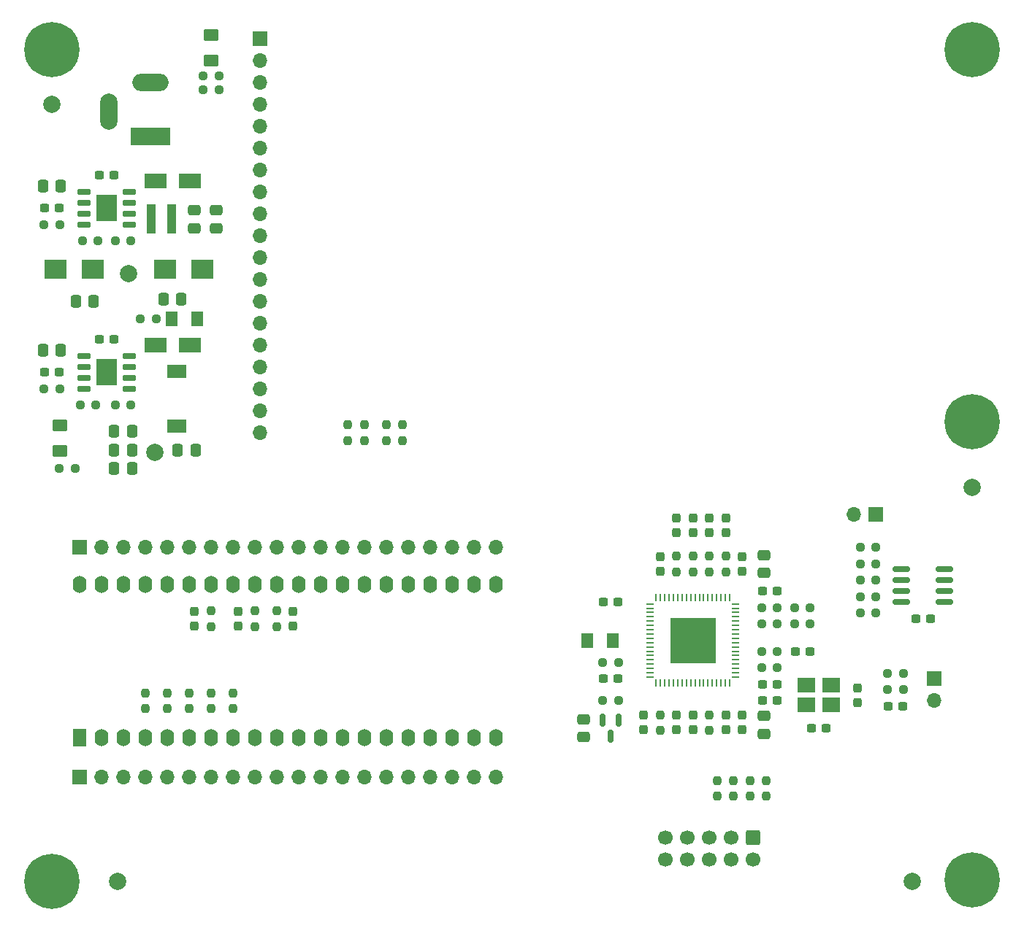
<source format=gbr>
%TF.GenerationSoftware,KiCad,Pcbnew,(6.0.6-0)*%
%TF.CreationDate,2024-02-14T10:46:04-05:00*%
%TF.ProjectId,DIYAH_Main_r0p0,44495941-485f-44d6-9169-6e5f72307030,rev?*%
%TF.SameCoordinates,Original*%
%TF.FileFunction,Soldermask,Top*%
%TF.FilePolarity,Negative*%
%FSLAX46Y46*%
G04 Gerber Fmt 4.6, Leading zero omitted, Abs format (unit mm)*
G04 Created by KiCad (PCBNEW (6.0.6-0)) date 2024-02-14 10:46:04*
%MOMM*%
%LPD*%
G01*
G04 APERTURE LIST*
G04 Aperture macros list*
%AMRoundRect*
0 Rectangle with rounded corners*
0 $1 Rounding radius*
0 $2 $3 $4 $5 $6 $7 $8 $9 X,Y pos of 4 corners*
0 Add a 4 corners polygon primitive as box body*
4,1,4,$2,$3,$4,$5,$6,$7,$8,$9,$2,$3,0*
0 Add four circle primitives for the rounded corners*
1,1,$1+$1,$2,$3*
1,1,$1+$1,$4,$5*
1,1,$1+$1,$6,$7*
1,1,$1+$1,$8,$9*
0 Add four rect primitives between the rounded corners*
20,1,$1+$1,$2,$3,$4,$5,0*
20,1,$1+$1,$4,$5,$6,$7,0*
20,1,$1+$1,$6,$7,$8,$9,0*
20,1,$1+$1,$8,$9,$2,$3,0*%
G04 Aperture macros list end*
%ADD10C,0.609600*%
%ADD11RoundRect,0.062500X0.062500X-0.375000X0.062500X0.375000X-0.062500X0.375000X-0.062500X-0.375000X0*%
%ADD12RoundRect,0.062500X0.375000X-0.062500X0.375000X0.062500X-0.375000X0.062500X-0.375000X-0.062500X0*%
%ADD13R,5.300000X5.300000*%
%ADD14RoundRect,0.150000X-0.650000X-0.150000X0.650000X-0.150000X0.650000X0.150000X-0.650000X0.150000X0*%
%ADD15R,2.410000X3.100000*%
%ADD16R,2.410000X3.099999*%
%ADD17R,1.600000X2.000000*%
%ADD18O,1.600000X2.000000*%
%ADD19RoundRect,0.237500X-0.300000X-0.237500X0.300000X-0.237500X0.300000X0.237500X-0.300000X0.237500X0*%
%ADD20R,2.200000X1.500000*%
%ADD21RoundRect,0.237500X0.250000X0.237500X-0.250000X0.237500X-0.250000X-0.237500X0.250000X-0.237500X0*%
%ADD22R,2.500000X2.300000*%
%ADD23RoundRect,0.237500X-0.237500X0.250000X-0.237500X-0.250000X0.237500X-0.250000X0.237500X0.250000X0*%
%ADD24RoundRect,0.237500X0.300000X0.237500X-0.300000X0.237500X-0.300000X-0.237500X0.300000X-0.237500X0*%
%ADD25RoundRect,0.237500X0.237500X-0.250000X0.237500X0.250000X-0.237500X0.250000X-0.237500X-0.250000X0*%
%ADD26R,1.700000X1.700000*%
%ADD27O,1.700000X1.700000*%
%ADD28RoundRect,0.237500X-0.250000X-0.237500X0.250000X-0.237500X0.250000X0.237500X-0.250000X0.237500X0*%
%ADD29R,1.000000X3.400000*%
%ADD30RoundRect,0.250000X-0.475000X0.337500X-0.475000X-0.337500X0.475000X-0.337500X0.475000X0.337500X0*%
%ADD31RoundRect,0.250000X0.337500X0.475000X-0.337500X0.475000X-0.337500X-0.475000X0.337500X-0.475000X0*%
%ADD32R,2.100000X1.800000*%
%ADD33R,2.500000X1.800000*%
%ADD34RoundRect,0.237500X0.237500X-0.300000X0.237500X0.300000X-0.237500X0.300000X-0.237500X-0.300000X0*%
%ADD35RoundRect,0.250001X-0.462499X-0.624999X0.462499X-0.624999X0.462499X0.624999X-0.462499X0.624999X0*%
%ADD36C,2.000000*%
%ADD37C,0.800000*%
%ADD38C,6.400000*%
%ADD39RoundRect,0.237500X-0.237500X0.300000X-0.237500X-0.300000X0.237500X-0.300000X0.237500X0.300000X0*%
%ADD40RoundRect,0.250000X0.475000X-0.337500X0.475000X0.337500X-0.475000X0.337500X-0.475000X-0.337500X0*%
%ADD41RoundRect,0.250001X0.462499X0.624999X-0.462499X0.624999X-0.462499X-0.624999X0.462499X-0.624999X0*%
%ADD42RoundRect,0.250001X-0.624999X0.462499X-0.624999X-0.462499X0.624999X-0.462499X0.624999X0.462499X0*%
%ADD43RoundRect,0.150000X-0.150000X0.587500X-0.150000X-0.587500X0.150000X-0.587500X0.150000X0.587500X0*%
%ADD44R,4.600000X2.000000*%
%ADD45O,4.200000X2.000000*%
%ADD46O,2.000000X4.200000*%
%ADD47RoundRect,0.150000X0.825000X0.150000X-0.825000X0.150000X-0.825000X-0.150000X0.825000X-0.150000X0*%
%ADD48RoundRect,0.250000X-0.600000X0.600000X-0.600000X-0.600000X0.600000X-0.600000X0.600000X0.600000X0*%
%ADD49C,1.700000*%
%ADD50RoundRect,0.250000X-0.337500X-0.475000X0.337500X-0.475000X0.337500X0.475000X-0.337500X0.475000X0*%
G04 APERTURE END LIST*
D10*
%TO.C,U2*%
X177673000Y-112522000D03*
X177673000Y-111506000D03*
X178689000Y-111506000D03*
X178689000Y-112522000D03*
X181737000Y-112522000D03*
X180721000Y-112522000D03*
X181737000Y-111506000D03*
X180721000Y-111506000D03*
X181737000Y-109474000D03*
X181737000Y-108458000D03*
X180721000Y-108458000D03*
X180721000Y-109474000D03*
X177673000Y-109474000D03*
X178689000Y-108458000D03*
X177673000Y-108458000D03*
X178689000Y-109474000D03*
X181737000Y-110490000D03*
X180721000Y-110490000D03*
X177673000Y-110490000D03*
X178689000Y-110490000D03*
X179705000Y-108458000D03*
X179705000Y-109474000D03*
X179705000Y-111506000D03*
X179705000Y-112522000D03*
D11*
X175455000Y-115427500D03*
X175955000Y-115427500D03*
X176455000Y-115427500D03*
X176955000Y-115427500D03*
X177455000Y-115427500D03*
X177955000Y-115427500D03*
X178455000Y-115427500D03*
X178955000Y-115427500D03*
X179455000Y-115427500D03*
X179955000Y-115427500D03*
X180455000Y-115427500D03*
X180955000Y-115427500D03*
X181455000Y-115427500D03*
X181955000Y-115427500D03*
X182455000Y-115427500D03*
X182955000Y-115427500D03*
X183455000Y-115427500D03*
X183955000Y-115427500D03*
D12*
X184642500Y-114740000D03*
X184642500Y-114240000D03*
X184642500Y-113740000D03*
X184642500Y-113240000D03*
X184642500Y-112740000D03*
X184642500Y-112240000D03*
X184642500Y-111740000D03*
X184642500Y-111240000D03*
X184642500Y-110740000D03*
X184642500Y-110240000D03*
X184642500Y-109740000D03*
X184642500Y-109240000D03*
X184642500Y-108740000D03*
X184642500Y-108240000D03*
X184642500Y-107740000D03*
X184642500Y-107240000D03*
X184642500Y-106740000D03*
X184642500Y-106240000D03*
D11*
X183955000Y-105552500D03*
X183455000Y-105552500D03*
X182955000Y-105552500D03*
X182455000Y-105552500D03*
X181955000Y-105552500D03*
X181455000Y-105552500D03*
X180955000Y-105552500D03*
X180455000Y-105552500D03*
X179955000Y-105552500D03*
X179455000Y-105552500D03*
X178955000Y-105552500D03*
X178455000Y-105552500D03*
X177955000Y-105552500D03*
X177455000Y-105552500D03*
X176955000Y-105552500D03*
X176455000Y-105552500D03*
X175955000Y-105552500D03*
X175455000Y-105552500D03*
D12*
X174767500Y-106240000D03*
X174767500Y-106740000D03*
X174767500Y-107240000D03*
X174767500Y-107740000D03*
X174767500Y-108240000D03*
X174767500Y-108740000D03*
X174767500Y-109240000D03*
X174767500Y-109740000D03*
X174767500Y-110240000D03*
X174767500Y-110740000D03*
X174767500Y-111240000D03*
X174767500Y-111740000D03*
X174767500Y-112240000D03*
X174767500Y-112740000D03*
X174767500Y-113240000D03*
X174767500Y-113740000D03*
X174767500Y-114240000D03*
X174767500Y-114740000D03*
D10*
X179705000Y-110490000D03*
D13*
X179705000Y-110490000D03*
%TD*%
D14*
%TO.C,U3*%
X109110000Y-77470000D03*
X109110000Y-78740000D03*
X109110000Y-80010000D03*
X109110000Y-81280000D03*
X114410000Y-81280000D03*
X114410000Y-80010000D03*
X114410000Y-78740000D03*
X114410000Y-77470000D03*
D15*
X111760000Y-79375000D03*
%TD*%
D16*
%TO.C,U1*%
X111760000Y-60325000D03*
D14*
X114410000Y-58420000D03*
X114410000Y-59690000D03*
X114410000Y-60960000D03*
X114410000Y-62230000D03*
X109110000Y-62230000D03*
X109110000Y-60960000D03*
X109110000Y-59690000D03*
X109110000Y-58420000D03*
%TD*%
D17*
%TO.C,A1*%
X108585000Y-121807503D03*
D18*
X111125000Y-121807503D03*
X113665000Y-121807503D03*
X116205000Y-121807503D03*
X118745000Y-121807503D03*
X121285000Y-121807503D03*
X123825000Y-121807503D03*
X126365000Y-121807503D03*
X128905000Y-121807503D03*
X131445000Y-121807503D03*
X133985000Y-121807503D03*
X136525000Y-121807503D03*
X139065000Y-121807503D03*
X141605000Y-121807503D03*
X144145000Y-121807503D03*
X146685000Y-121807503D03*
X149225000Y-121807503D03*
X151765000Y-121807503D03*
X154305000Y-121807503D03*
X156845000Y-121807503D03*
X156845000Y-104027503D03*
X154305000Y-104027503D03*
X151765000Y-104027503D03*
X149225000Y-104027503D03*
X146685000Y-104027503D03*
X144145000Y-104027503D03*
X141605000Y-104027503D03*
X139065000Y-104027503D03*
X136525000Y-104027503D03*
X133985000Y-104027503D03*
X131445000Y-104027503D03*
X128905000Y-104027503D03*
X126365000Y-104027503D03*
X123825000Y-104027503D03*
X121285000Y-104027503D03*
X118745000Y-104027503D03*
X116205000Y-104027503D03*
X113665000Y-104027503D03*
X111125000Y-104027503D03*
X108585000Y-104027503D03*
%TD*%
D19*
%TO.C,C2*%
X104547500Y-60325000D03*
X106272500Y-60325000D03*
%TD*%
D20*
%TO.C,L2*%
X119888000Y-79223000D03*
X119888000Y-85623000D03*
%TD*%
D21*
%TO.C,R47*%
X124762900Y-46583600D03*
X122937900Y-46583600D03*
%TD*%
D22*
%TO.C,D3*%
X118500000Y-67437000D03*
X122800000Y-67437000D03*
%TD*%
%TO.C,D2*%
X110100000Y-67437000D03*
X105800000Y-67437000D03*
%TD*%
D23*
%TO.C,R35*%
X144145000Y-85447500D03*
X144145000Y-87272500D03*
%TD*%
D24*
%TO.C,C33*%
X207237500Y-107950000D03*
X205512500Y-107950000D03*
%TD*%
D25*
%TO.C,R27*%
X126365000Y-118387500D03*
X126365000Y-116562500D03*
%TD*%
D24*
%TO.C,C5*%
X195172500Y-120650000D03*
X193447500Y-120650000D03*
%TD*%
D25*
%TO.C,R2*%
X128905000Y-108862500D03*
X128905000Y-107037500D03*
%TD*%
D26*
%TO.C,J1*%
X129540000Y-40640000D03*
D27*
X129540000Y-43180000D03*
X129540000Y-45720000D03*
X129540000Y-48260000D03*
X129540000Y-50800000D03*
X129540000Y-53340000D03*
X129540000Y-55880000D03*
X129540000Y-58420000D03*
X129540000Y-60960000D03*
X129540000Y-63500000D03*
X129540000Y-66040000D03*
X129540000Y-68580000D03*
X129540000Y-71120000D03*
X129540000Y-73660000D03*
X129540000Y-76200000D03*
X129540000Y-78740000D03*
X129540000Y-81280000D03*
X129540000Y-83820000D03*
X129540000Y-86360000D03*
%TD*%
D26*
%TO.C,J4*%
X207645000Y-114930000D03*
D27*
X207645000Y-117470000D03*
%TD*%
D21*
%TO.C,R39*%
X108100500Y-90551000D03*
X106275500Y-90551000D03*
%TD*%
D23*
%TO.C,R34*%
X141605000Y-85447500D03*
X141605000Y-87272500D03*
%TD*%
%TO.C,R19*%
X188214000Y-126722500D03*
X188214000Y-128547500D03*
%TD*%
D25*
%TO.C,R12*%
X175895000Y-120927500D03*
X175895000Y-119102500D03*
%TD*%
D28*
%TO.C,R32*%
X199112500Y-103505000D03*
X200937500Y-103505000D03*
%TD*%
D23*
%TO.C,R15*%
X179705000Y-100687500D03*
X179705000Y-102512500D03*
%TD*%
D29*
%TO.C,L1*%
X116925000Y-61595000D03*
X119295000Y-61595000D03*
%TD*%
D28*
%TO.C,R40*%
X187682500Y-106680000D03*
X189507500Y-106680000D03*
%TD*%
D30*
%TO.C,C10*%
X187960000Y-119231500D03*
X187960000Y-121306500D03*
%TD*%
D21*
%TO.C,R4*%
X106322500Y-62230000D03*
X104497500Y-62230000D03*
%TD*%
D23*
%TO.C,R36*%
X186309000Y-126722500D03*
X186309000Y-128547500D03*
%TD*%
D21*
%TO.C,R45*%
X124762900Y-45008800D03*
X122937900Y-45008800D03*
%TD*%
D23*
%TO.C,R14*%
X181610000Y-100687500D03*
X181610000Y-102512500D03*
%TD*%
%TO.C,R16*%
X183515000Y-100687500D03*
X183515000Y-102512500D03*
%TD*%
D31*
%TO.C,C1*%
X106447500Y-57785000D03*
X104372500Y-57785000D03*
%TD*%
D24*
%TO.C,C3*%
X112622500Y-56515000D03*
X110897500Y-56515000D03*
%TD*%
D21*
%TO.C,R42*%
X193317500Y-106680000D03*
X191492500Y-106680000D03*
%TD*%
D25*
%TO.C,R28*%
X116205000Y-118387500D03*
X116205000Y-116562500D03*
%TD*%
D32*
%TO.C,Y1*%
X195760000Y-115690000D03*
X192860000Y-115690000D03*
X192860000Y-117990000D03*
X195760000Y-117990000D03*
%TD*%
D33*
%TO.C,D1*%
X117380000Y-57150000D03*
X121380000Y-57150000D03*
%TD*%
%TO.C,D4*%
X117380000Y-76200000D03*
X121380000Y-76200000D03*
%TD*%
D34*
%TO.C,C21*%
X173990000Y-120877500D03*
X173990000Y-119152500D03*
%TD*%
D19*
%TO.C,C25*%
X104547500Y-79375000D03*
X106272500Y-79375000D03*
%TD*%
D35*
%TO.C,D5*%
X167422500Y-110490000D03*
X170397500Y-110490000D03*
%TD*%
D34*
%TO.C,C9*%
X183515000Y-120877500D03*
X183515000Y-119152500D03*
%TD*%
%TO.C,C30*%
X181610000Y-98017500D03*
X181610000Y-96292500D03*
%TD*%
%TO.C,C31*%
X179705000Y-98017500D03*
X179705000Y-96292500D03*
%TD*%
D36*
%TO.C,TP5*%
X205105000Y-138430000D03*
%TD*%
D23*
%TO.C,R46*%
X177800000Y-100687500D03*
X177800000Y-102512500D03*
%TD*%
D31*
%TO.C,C20*%
X106447500Y-76835000D03*
X104372500Y-76835000D03*
%TD*%
D28*
%TO.C,R10*%
X187682500Y-113665000D03*
X189507500Y-113665000D03*
%TD*%
D34*
%TO.C,C11*%
X185420000Y-120877500D03*
X185420000Y-119152500D03*
%TD*%
D37*
%TO.C,H6*%
X107107056Y-140127056D03*
X105410000Y-140830000D03*
X107107056Y-136732944D03*
X103712944Y-136732944D03*
X103010000Y-138430000D03*
X107810000Y-138430000D03*
X105410000Y-136030000D03*
X103712944Y-140127056D03*
D38*
X105410000Y-138430000D03*
%TD*%
D39*
%TO.C,C40*%
X133350000Y-107087500D03*
X133350000Y-108812500D03*
%TD*%
D40*
%TO.C,C26*%
X187960000Y-102637500D03*
X187960000Y-100562500D03*
%TD*%
D24*
%TO.C,C19*%
X189457500Y-115570000D03*
X187732500Y-115570000D03*
%TD*%
D21*
%TO.C,R6*%
X114577500Y-64135000D03*
X112752500Y-64135000D03*
%TD*%
D24*
%TO.C,C23*%
X189457500Y-117475000D03*
X187732500Y-117475000D03*
%TD*%
D21*
%TO.C,R38*%
X171092500Y-113030000D03*
X169267500Y-113030000D03*
%TD*%
D39*
%TO.C,C38*%
X121920000Y-107087500D03*
X121920000Y-108812500D03*
%TD*%
D25*
%TO.C,R30*%
X121285000Y-118387500D03*
X121285000Y-116562500D03*
%TD*%
D26*
%TO.C,TP8*%
X108585000Y-99695000D03*
D27*
X111125000Y-99695000D03*
X113665000Y-99695000D03*
X116205000Y-99695000D03*
X118745000Y-99695000D03*
X121285000Y-99695000D03*
X123825000Y-99695000D03*
X126365000Y-99695000D03*
X128905000Y-99695000D03*
X131445000Y-99695000D03*
X133985000Y-99695000D03*
X136525000Y-99695000D03*
X139065000Y-99695000D03*
X141605000Y-99695000D03*
X144145000Y-99695000D03*
X146685000Y-99695000D03*
X149225000Y-99695000D03*
X151765000Y-99695000D03*
X154305000Y-99695000D03*
X156845000Y-99695000D03*
%TD*%
D25*
%TO.C,R29*%
X118745000Y-118387500D03*
X118745000Y-116562500D03*
%TD*%
D36*
%TO.C,TP6*%
X105410000Y-48260000D03*
%TD*%
D34*
%TO.C,C4*%
X198755000Y-117702500D03*
X198755000Y-115977500D03*
%TD*%
D40*
%TO.C,C8*%
X124460000Y-62632500D03*
X124460000Y-60557500D03*
%TD*%
D36*
%TO.C,TP1*%
X114300000Y-67945000D03*
%TD*%
D24*
%TO.C,C32*%
X112622500Y-75565000D03*
X110897500Y-75565000D03*
%TD*%
D37*
%TO.C,H4*%
X210392944Y-43607056D03*
X209690000Y-41910000D03*
X210392944Y-40212944D03*
X214490000Y-41910000D03*
D38*
X212090000Y-41910000D03*
D37*
X213787056Y-40212944D03*
X213787056Y-43607056D03*
X212090000Y-44310000D03*
X212090000Y-39510000D03*
%TD*%
D28*
%TO.C,R8*%
X202287500Y-114300000D03*
X204112500Y-114300000D03*
%TD*%
D21*
%TO.C,R23*%
X114577500Y-83185000D03*
X112752500Y-83185000D03*
%TD*%
D41*
%TO.C,D7*%
X122264500Y-73152000D03*
X119289500Y-73152000D03*
%TD*%
D34*
%TO.C,C13*%
X179705000Y-120877500D03*
X179705000Y-119152500D03*
%TD*%
%TO.C,C15*%
X177800000Y-120877500D03*
X177800000Y-119152500D03*
%TD*%
D26*
%TO.C,J2*%
X200914000Y-95885000D03*
D27*
X198374000Y-95885000D03*
%TD*%
D23*
%TO.C,R37*%
X184404000Y-126722500D03*
X184404000Y-128547500D03*
%TD*%
D24*
%TO.C,C7*%
X204062500Y-118110000D03*
X202337500Y-118110000D03*
%TD*%
D28*
%TO.C,R17*%
X169267500Y-117475000D03*
X171092500Y-117475000D03*
%TD*%
D37*
%TO.C,H5*%
X107107056Y-40212944D03*
X103712944Y-43607056D03*
X105410000Y-44310000D03*
X107810000Y-41910000D03*
X103010000Y-41910000D03*
D38*
X105410000Y-41910000D03*
D37*
X105410000Y-39510000D03*
X103712944Y-40212944D03*
X107107056Y-43607056D03*
%TD*%
D42*
%TO.C,D8*%
X123825000Y-40205000D03*
X123825000Y-43180000D03*
%TD*%
D43*
%TO.C,Q1*%
X171130000Y-119712500D03*
X169230000Y-119712500D03*
X170180000Y-121587500D03*
%TD*%
D21*
%TO.C,R22*%
X200937500Y-107315000D03*
X199112500Y-107315000D03*
%TD*%
D34*
%TO.C,C41*%
X177800000Y-98017500D03*
X177800000Y-96292500D03*
%TD*%
D25*
%TO.C,R1*%
X123825000Y-108862500D03*
X123825000Y-107037500D03*
%TD*%
D19*
%TO.C,C17*%
X169317500Y-114935000D03*
X171042500Y-114935000D03*
%TD*%
D25*
%TO.C,R3*%
X131445000Y-108862500D03*
X131445000Y-107037500D03*
%TD*%
D40*
%TO.C,C27*%
X167005000Y-121687500D03*
X167005000Y-119612500D03*
%TD*%
D26*
%TO.C,TP7*%
X108585000Y-126365000D03*
D27*
X111125000Y-126365000D03*
X113665000Y-126365000D03*
X116205000Y-126365000D03*
X118745000Y-126365000D03*
X121285000Y-126365000D03*
X123825000Y-126365000D03*
X126365000Y-126365000D03*
X128905000Y-126365000D03*
X131445000Y-126365000D03*
X133985000Y-126365000D03*
X136525000Y-126365000D03*
X139065000Y-126365000D03*
X141605000Y-126365000D03*
X144145000Y-126365000D03*
X146685000Y-126365000D03*
X149225000Y-126365000D03*
X151765000Y-126365000D03*
X154305000Y-126365000D03*
X156845000Y-126365000D03*
%TD*%
D21*
%TO.C,R24*%
X110490000Y-83185000D03*
X108665000Y-83185000D03*
%TD*%
%TO.C,R7*%
X110767500Y-64135000D03*
X108942500Y-64135000D03*
%TD*%
D39*
%TO.C,C24*%
X175895000Y-100737500D03*
X175895000Y-102462500D03*
%TD*%
D44*
%TO.C,J3*%
X116840000Y-52020000D03*
D45*
X116840000Y-45720000D03*
D46*
X112040000Y-49120000D03*
%TD*%
D19*
%TO.C,C18*%
X169317500Y-106045000D03*
X171042500Y-106045000D03*
%TD*%
D31*
%TO.C,C37*%
X114702500Y-88392000D03*
X112627500Y-88392000D03*
%TD*%
D47*
%TO.C,U4*%
X208850000Y-106045000D03*
X208850000Y-104775000D03*
X208850000Y-103505000D03*
X208850000Y-102235000D03*
X203900000Y-102235000D03*
X203900000Y-103505000D03*
X203900000Y-104775000D03*
X203900000Y-106045000D03*
%TD*%
D48*
%TO.C,J6*%
X186690000Y-133350000D03*
D49*
X186690000Y-135890000D03*
X184150000Y-133350000D03*
X184150000Y-135890000D03*
X181610000Y-133350000D03*
X181610000Y-135890000D03*
X179070000Y-133350000D03*
X179070000Y-135890000D03*
X176530000Y-133350000D03*
X176530000Y-135890000D03*
%TD*%
D28*
%TO.C,R5*%
X199112500Y-99695000D03*
X200937500Y-99695000D03*
%TD*%
D36*
%TO.C,TP2*%
X117348000Y-88646000D03*
%TD*%
D19*
%TO.C,C28*%
X191542500Y-111760000D03*
X193267500Y-111760000D03*
%TD*%
D28*
%TO.C,R21*%
X199112500Y-105410000D03*
X200937500Y-105410000D03*
%TD*%
D34*
%TO.C,C29*%
X183515000Y-98017500D03*
X183515000Y-96292500D03*
%TD*%
D23*
%TO.C,R20*%
X182499000Y-126722500D03*
X182499000Y-128547500D03*
%TD*%
D50*
%TO.C,C12*%
X118342500Y-70866000D03*
X120417500Y-70866000D03*
%TD*%
D31*
%TO.C,C14*%
X110257500Y-71120000D03*
X108182500Y-71120000D03*
%TD*%
D36*
%TO.C,TP4*%
X212090000Y-92710000D03*
%TD*%
D21*
%TO.C,R13*%
X189507500Y-111760000D03*
X187682500Y-111760000D03*
%TD*%
D28*
%TO.C,R44*%
X115673500Y-73152000D03*
X117498500Y-73152000D03*
%TD*%
D36*
%TO.C,TP3*%
X113030000Y-138430000D03*
%TD*%
D21*
%TO.C,R9*%
X204112500Y-116205000D03*
X202287500Y-116205000D03*
%TD*%
D25*
%TO.C,R11*%
X181610000Y-120927500D03*
X181610000Y-119102500D03*
%TD*%
D38*
%TO.C,H3*%
X212090000Y-85090000D03*
D37*
X210392944Y-83392944D03*
X210392944Y-86787056D03*
X212090000Y-82690000D03*
X214490000Y-85090000D03*
X213787056Y-86787056D03*
X212090000Y-87490000D03*
X209690000Y-85090000D03*
X213787056Y-83392944D03*
%TD*%
D42*
%TO.C,D6*%
X106299000Y-85507500D03*
X106299000Y-88482500D03*
%TD*%
D23*
%TO.C,R25*%
X139700000Y-85447500D03*
X139700000Y-87272500D03*
%TD*%
D50*
%TO.C,C34*%
X119993500Y-88392000D03*
X122068500Y-88392000D03*
%TD*%
D24*
%TO.C,C22*%
X189457500Y-104775000D03*
X187732500Y-104775000D03*
%TD*%
D40*
%TO.C,C6*%
X121920000Y-62632500D03*
X121920000Y-60557500D03*
%TD*%
D21*
%TO.C,R18*%
X106322500Y-81280000D03*
X104497500Y-81280000D03*
%TD*%
D23*
%TO.C,R26*%
X146050000Y-85447500D03*
X146050000Y-87272500D03*
%TD*%
D28*
%TO.C,R33*%
X199112500Y-101600000D03*
X200937500Y-101600000D03*
%TD*%
D39*
%TO.C,C39*%
X127000000Y-107087500D03*
X127000000Y-108812500D03*
%TD*%
D25*
%TO.C,R31*%
X123825000Y-118387500D03*
X123825000Y-116562500D03*
%TD*%
D21*
%TO.C,R43*%
X193317500Y-108585000D03*
X191492500Y-108585000D03*
%TD*%
D31*
%TO.C,C35*%
X114702500Y-90551000D03*
X112627500Y-90551000D03*
%TD*%
D28*
%TO.C,R41*%
X187682500Y-108585000D03*
X189507500Y-108585000D03*
%TD*%
D39*
%TO.C,C16*%
X185420000Y-100737500D03*
X185420000Y-102462500D03*
%TD*%
D31*
%TO.C,C36*%
X114702500Y-86233000D03*
X112627500Y-86233000D03*
%TD*%
D38*
%TO.C,H2*%
X212090000Y-138289995D03*
D37*
X209690000Y-138289995D03*
X212090000Y-140689995D03*
X212090000Y-135889995D03*
X210392944Y-136592939D03*
X210392944Y-139987051D03*
X214490000Y-138289995D03*
X213787056Y-136592939D03*
X213787056Y-139987051D03*
%TD*%
M02*

</source>
